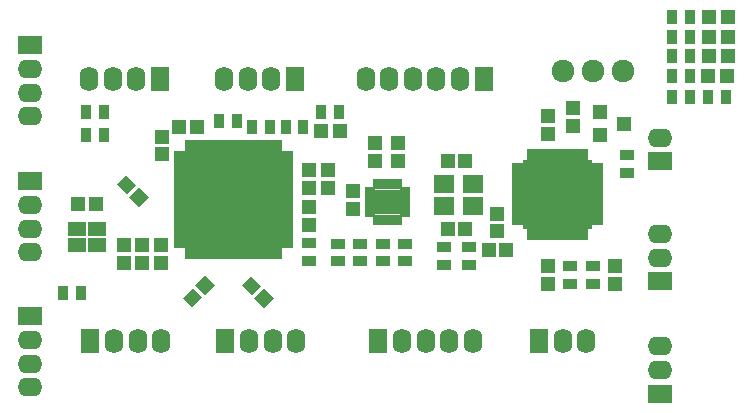
<source format=gts>
G04 #@! TF.FileFunction,Legend,Top*
%FSLAX46Y46*%
G04 Gerber Fmt 4.6, Leading zero omitted, Abs format (unit mm)*
G04 Created by KiCad (PCBNEW 4.0.5) date *
%MOMM*%
%LPD*%
G01*
G04 APERTURE LIST*
%ADD10C,0.100000*%
%ADD11R,0.700000X1.200000*%
%ADD12R,0.700000X1.250000*%
%ADD13R,1.250000X0.650000*%
%ADD14R,1.250000X0.700000*%
%ADD15R,2.237500X2.237500*%
%ADD16R,1.200000X1.150000*%
%ADD17R,1.300000X0.900000*%
%ADD18R,1.150000X1.200000*%
%ADD19R,1.200000X1.200000*%
%ADD20R,2.100000X1.600000*%
%ADD21O,2.100000X1.600000*%
%ADD22R,1.600000X2.100000*%
%ADD23O,1.600000X2.100000*%
%ADD24R,1.300000X1.200000*%
%ADD25R,0.900000X1.300000*%
%ADD26C,1.924000*%
%ADD27R,1.000000X0.800000*%
%ADD28R,0.800000X1.000000*%
%ADD29R,1.765000X1.765000*%
%ADD30R,0.950000X0.550000*%
%ADD31R,0.950000X0.600000*%
%ADD32R,0.600000X0.900000*%
%ADD33R,0.600000X0.950000*%
%ADD34R,1.275000X1.200000*%
%ADD35R,1.800000X1.600000*%
%ADD36R,1.500000X1.300000*%
G04 APERTURE END LIST*
D10*
D11*
X121405000Y-139765000D03*
D12*
X121905000Y-139765000D03*
X122405000Y-139765000D03*
X122905000Y-139765000D03*
X123405000Y-139765000D03*
X123905000Y-139765000D03*
X124405000Y-139765000D03*
X124905000Y-139765000D03*
X125405000Y-139765000D03*
X125905000Y-139765000D03*
X126405000Y-139765000D03*
X126905000Y-139765000D03*
X127405000Y-139765000D03*
X127905000Y-139765000D03*
X128405000Y-139765000D03*
D11*
X128905000Y-139765000D03*
D13*
X129605000Y-139065000D03*
D14*
X129605000Y-138565000D03*
X129605000Y-138065000D03*
X129605000Y-137565000D03*
X129605000Y-137065000D03*
X129605000Y-136565000D03*
X129605000Y-136065000D03*
X129605000Y-135565000D03*
X129605000Y-135065000D03*
X129605000Y-134565000D03*
X129605000Y-134065000D03*
X129605000Y-133565000D03*
X129605000Y-133065000D03*
X129605000Y-132565000D03*
X129605000Y-132065000D03*
D13*
X129605000Y-131565000D03*
D11*
X128905000Y-130865000D03*
D12*
X128405000Y-130865000D03*
X127905000Y-130865000D03*
X127405000Y-130865000D03*
X126905000Y-130865000D03*
X126405000Y-130865000D03*
X125905000Y-130865000D03*
X125405000Y-130865000D03*
X124905000Y-130865000D03*
X124405000Y-130865000D03*
X123905000Y-130865000D03*
X123405000Y-130865000D03*
X122905000Y-130865000D03*
X122405000Y-130865000D03*
X121905000Y-130865000D03*
D11*
X121405000Y-130865000D03*
D13*
X120705000Y-131565000D03*
D14*
X120705000Y-132065000D03*
X120705000Y-132565000D03*
X120705000Y-133065000D03*
X120705000Y-133565000D03*
X120705000Y-134065000D03*
X120705000Y-134565000D03*
X120705000Y-135065000D03*
X120705000Y-135565000D03*
X120705000Y-136065000D03*
X120705000Y-136565000D03*
X120705000Y-137065000D03*
X120705000Y-137565000D03*
X120705000Y-138065000D03*
X120705000Y-138565000D03*
D13*
X120705000Y-139065000D03*
D15*
X127911250Y-132558750D03*
X126073750Y-132558750D03*
X124236250Y-132558750D03*
X122398750Y-132558750D03*
X127911250Y-134396250D03*
X126073750Y-134396250D03*
X124236250Y-134396250D03*
X122398750Y-134396250D03*
X127911250Y-136233750D03*
X126073750Y-136233750D03*
X124236250Y-136233750D03*
X122398750Y-136233750D03*
X127911250Y-138071250D03*
X126073750Y-138071250D03*
X124236250Y-138071250D03*
X122398750Y-138071250D03*
D16*
X143280000Y-137795000D03*
X144780000Y-137795000D03*
D17*
X139700000Y-139065000D03*
X139700000Y-140565000D03*
X137795000Y-139065000D03*
X137795000Y-140565000D03*
D16*
X113474500Y-135699500D03*
X111974500Y-135699500D03*
D10*
G36*
X121702518Y-142787310D02*
X122515690Y-143600482D01*
X121667162Y-144449010D01*
X120853990Y-143635838D01*
X121702518Y-142787310D01*
X121702518Y-142787310D01*
G37*
G36*
X122763178Y-141726650D02*
X123576350Y-142539822D01*
X122727822Y-143388350D01*
X121914650Y-142575178D01*
X122763178Y-141726650D01*
X122763178Y-141726650D01*
G37*
G36*
X126889980Y-143641652D02*
X127703152Y-142828480D01*
X128551680Y-143677008D01*
X127738508Y-144490180D01*
X126889980Y-143641652D01*
X126889980Y-143641652D01*
G37*
G36*
X125829320Y-142580992D02*
X126642492Y-141767820D01*
X127491020Y-142616348D01*
X126677848Y-143429520D01*
X125829320Y-142580992D01*
X125829320Y-142580992D01*
G37*
G36*
X116927690Y-134085018D02*
X116114518Y-134898190D01*
X115265990Y-134049662D01*
X116079162Y-133236490D01*
X116927690Y-134085018D01*
X116927690Y-134085018D01*
G37*
G36*
X117988350Y-135145678D02*
X117175178Y-135958850D01*
X116326650Y-135110322D01*
X117139822Y-134297150D01*
X117988350Y-135145678D01*
X117988350Y-135145678D01*
G37*
D18*
X119062500Y-130008500D03*
X119062500Y-131508500D03*
X118999000Y-140692000D03*
X118999000Y-139192000D03*
D16*
X120547000Y-129159000D03*
X122047000Y-129159000D03*
D18*
X131572000Y-132854000D03*
X131572000Y-134354000D03*
X133159500Y-132866000D03*
X133159500Y-134366000D03*
X117411500Y-140692000D03*
X117411500Y-139192000D03*
X115887500Y-140704000D03*
X115887500Y-139204000D03*
D16*
X143280000Y-132080000D03*
X144780000Y-132080000D03*
D18*
X153924000Y-127595500D03*
X153924000Y-129095500D03*
X147435000Y-138025000D03*
X147435000Y-136525000D03*
X151765000Y-128270000D03*
X151765000Y-129770000D03*
X157480000Y-142470000D03*
X157480000Y-140970000D03*
X151765000Y-142470000D03*
X151765000Y-140970000D03*
X135255000Y-136120000D03*
X135255000Y-134620000D03*
X139065000Y-130580000D03*
X139065000Y-132080000D03*
X137160000Y-130580000D03*
X137160000Y-132080000D03*
D19*
X165341500Y-124904500D03*
X166941500Y-124904500D03*
X134188000Y-129540000D03*
X132588000Y-129540000D03*
X165405000Y-123190000D03*
X167005000Y-123190000D03*
X165417500Y-119888000D03*
X167017500Y-119888000D03*
X165417500Y-121539000D03*
X167017500Y-121539000D03*
D20*
X161290000Y-132080000D03*
D21*
X161290000Y-130080000D03*
D20*
X107950000Y-122270000D03*
D21*
X107950000Y-124270000D03*
X107950000Y-126270000D03*
X107950000Y-128270000D03*
D20*
X107950000Y-133795000D03*
D21*
X107950000Y-135795000D03*
X107950000Y-137795000D03*
X107950000Y-139795000D03*
D22*
X118935000Y-125095000D03*
D23*
X116935000Y-125095000D03*
X114935000Y-125095000D03*
X112935000Y-125095000D03*
D22*
X124460000Y-147320000D03*
D23*
X126460000Y-147320000D03*
X128460000Y-147320000D03*
X130460000Y-147320000D03*
D20*
X107950000Y-145225000D03*
D21*
X107950000Y-147225000D03*
X107950000Y-149225000D03*
X107950000Y-151225000D03*
D22*
X113030000Y-147320000D03*
D23*
X115030000Y-147320000D03*
X117030000Y-147320000D03*
X119030000Y-147320000D03*
D22*
X130365000Y-125095000D03*
D23*
X128365000Y-125095000D03*
X126365000Y-125095000D03*
X124365000Y-125095000D03*
D22*
X146335000Y-125095000D03*
D23*
X144335000Y-125095000D03*
X142335000Y-125095000D03*
X140335000Y-125095000D03*
X138335000Y-125095000D03*
X136335000Y-125095000D03*
D20*
X161290000Y-151765000D03*
D21*
X161290000Y-149765000D03*
X161290000Y-147765000D03*
D20*
X161290000Y-142240000D03*
D21*
X161290000Y-140240000D03*
X161290000Y-138240000D03*
D22*
X137415000Y-147320000D03*
D23*
X139415000Y-147320000D03*
X141415000Y-147320000D03*
X143415000Y-147320000D03*
X145415000Y-147320000D03*
D22*
X151035000Y-147320000D03*
D23*
X153035000Y-147320000D03*
X155035000Y-147320000D03*
D24*
X156210000Y-127955000D03*
X156210000Y-129855000D03*
X158210000Y-128905000D03*
D25*
X166814500Y-126619000D03*
X165314500Y-126619000D03*
X112673000Y-127952500D03*
X114173000Y-127952500D03*
X114173000Y-129857500D03*
X112673000Y-129857500D03*
X126746000Y-129159000D03*
X128246000Y-129159000D03*
X129564000Y-129159000D03*
X131064000Y-129159000D03*
D17*
X131572000Y-139025500D03*
X131572000Y-140525500D03*
D25*
X132588000Y-127889000D03*
X134088000Y-127889000D03*
X123952000Y-128651000D03*
X125452000Y-128651000D03*
X112244000Y-143256000D03*
X110744000Y-143256000D03*
X162266500Y-124904500D03*
X163766500Y-124904500D03*
X162266500Y-126619000D03*
X163766500Y-126619000D03*
X162266500Y-123190000D03*
X163766500Y-123190000D03*
X162266500Y-119888000D03*
X163766500Y-119888000D03*
X162266500Y-121539000D03*
X163766500Y-121539000D03*
D17*
X155575000Y-142470000D03*
X155575000Y-140970000D03*
X153670000Y-142470000D03*
X153670000Y-140970000D03*
X158432500Y-131596000D03*
X158432500Y-133096000D03*
X145097500Y-139343000D03*
X145097500Y-140843000D03*
X143002000Y-139343000D03*
X143002000Y-140843000D03*
X135890000Y-139065000D03*
X135890000Y-140565000D03*
X133985000Y-139065000D03*
X133985000Y-140565000D03*
D26*
X158115000Y-124460000D03*
X155575000Y-124460000D03*
X153035000Y-124460000D03*
D27*
X149225000Y-132610000D03*
X149225000Y-133260000D03*
X149225000Y-133910000D03*
X149225000Y-134560000D03*
X149225000Y-135210000D03*
X149225000Y-135860000D03*
X149225000Y-136510000D03*
X149225000Y-137160000D03*
D28*
X150300000Y-138235000D03*
X150950000Y-138235000D03*
X151600000Y-138235000D03*
X152250000Y-138235000D03*
X152900000Y-138235000D03*
X153550000Y-138235000D03*
X154200000Y-138235000D03*
X154850000Y-138235000D03*
D27*
X155925000Y-137160000D03*
X155925000Y-136510000D03*
X155925000Y-135860000D03*
X155925000Y-135210000D03*
X155925000Y-134560000D03*
X155925000Y-133910000D03*
X155925000Y-133260000D03*
X155925000Y-132610000D03*
D28*
X154850000Y-131535000D03*
X154200000Y-131535000D03*
X153550000Y-131535000D03*
X152900000Y-131535000D03*
X152250000Y-131535000D03*
X151600000Y-131535000D03*
X150950000Y-131535000D03*
X150300000Y-131535000D03*
D29*
X154622500Y-136932500D03*
X154622500Y-135567500D03*
X154622500Y-134202500D03*
X154622500Y-132837500D03*
X153257500Y-136932500D03*
X153257500Y-135567500D03*
X153257500Y-134202500D03*
X153257500Y-132837500D03*
X151892500Y-136932500D03*
X151892500Y-135567500D03*
X151892500Y-134202500D03*
X151892500Y-132837500D03*
X150527500Y-136932500D03*
X150527500Y-135567500D03*
X150527500Y-134202500D03*
X150527500Y-132837500D03*
D30*
X139700000Y-136525000D03*
D31*
X139700000Y-136125000D03*
X139700000Y-135725000D03*
X139700000Y-135325000D03*
X139700000Y-134925000D03*
D30*
X139700000Y-134525000D03*
D32*
X139200000Y-134025000D03*
D33*
X138800000Y-134025000D03*
X138400000Y-134025000D03*
X138000000Y-134025000D03*
X137600000Y-134025000D03*
D32*
X137200000Y-134025000D03*
D30*
X136700000Y-134525000D03*
D31*
X136700000Y-134925000D03*
X136700000Y-135325000D03*
X136700000Y-135725000D03*
X136700000Y-136125000D03*
D30*
X136700000Y-136525000D03*
D32*
X137200000Y-137025000D03*
D33*
X137600000Y-137025000D03*
X138000000Y-137025000D03*
X138400000Y-137025000D03*
X138800000Y-137025000D03*
D32*
X139200000Y-137025000D03*
D34*
X137765000Y-135125000D03*
X137765000Y-135925000D03*
X138635000Y-135125000D03*
X138635000Y-135925000D03*
D35*
X145415000Y-133990000D03*
X143015000Y-133990000D03*
X143015000Y-135890000D03*
X145415000Y-135890000D03*
D18*
X131572000Y-137453500D03*
X131572000Y-135953500D03*
D16*
X146748500Y-139636500D03*
X148248500Y-139636500D03*
D36*
X111869000Y-139146000D03*
X113569000Y-139146000D03*
X113569000Y-137846000D03*
X111869000Y-137846000D03*
M02*

</source>
